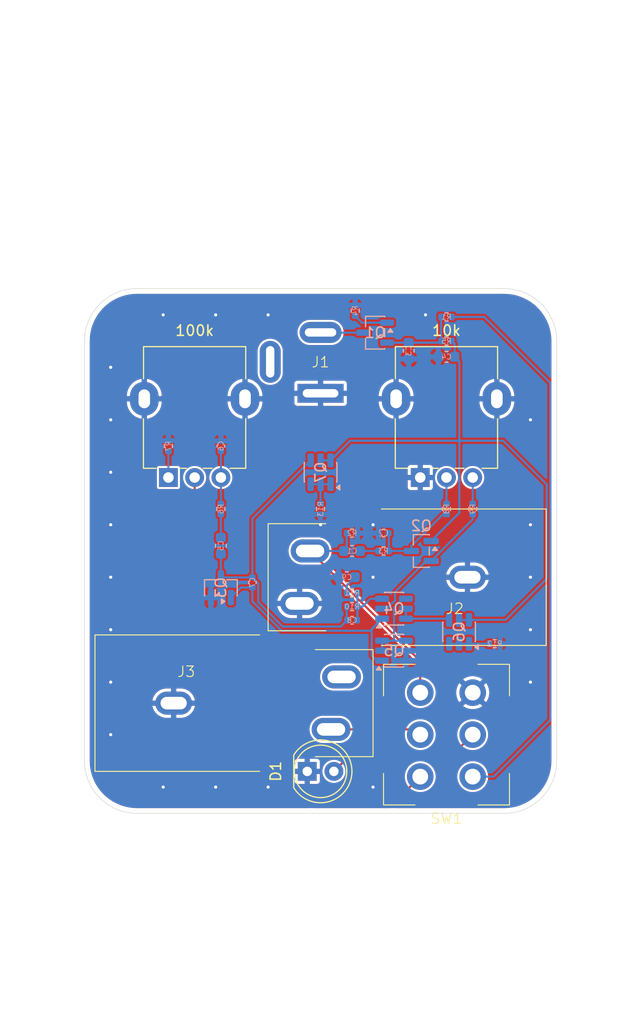
<source format=kicad_pcb>
(kicad_pcb (version 20241229) (generator "pcbnew") (generator_version "9.0")
  (layers (0 "F.Cu" jumper) (2 "B.Cu" signal) (13 "F.Paste" user) (15 "B.Paste" user) (5 "F.SilkS" user "F.Silkscreen") (7 "B.SilkS" user "B.Silkscreen") (1 "F.Mask" user) (3 "B.Mask" user) (25 "Edge.Cuts" user))
  (net 0 "")
  (net 1 "Net-(C1-Pad2)")
  (net 2 "GND")
  (net 3 "IN^{CONN}")
  (net 4 "Net-(C5-Pad2)")
  (net 5 "OUTPUT")
  (net 6 "Net-(C9-Pad2)")
  (net 7 "OUT^{CONN}")
  (net 8 "OUT^{STOMP}")
  (net 9 "PWRIN")
  (net 10 "Net-(D1-A)")
  (net 12 "VIN")
  (net 14 "INPUT")
  (net 15 "+VA")
  (net 16 "Net-(Q1-G)")
  (net 17 "Net-(Q4B-C)")
  (net 18 "Net-(Q6A-B)")
  (net 19 "Net-(Q7A-B)")
  (net 20 "LTP_OUT")
  (net 21 "FEEDBACK")
  (net 22 "BUFFERED")
  (net 23 "SRC1")
  (net 24 "Net-(SW1A-C)")
  (net 25 "Net-(C6-Pad2)")
  (net 26 "Net-(R8-Pad2)")
  (net 27 "Net-(R7-Pad1)")
  (net 28 "Net-(R9-Pad2)")
  (footprint "Mylib:Potentiometer_9mm_MP" (layer "F.Cu") (at 88 88)
    (property "Reference" "RV1" (hide yes))
    (property "Value" "100k" (at 0 -6.5 0) (layer "F.SilkS"))
    (fp_line (start -4.88 6.62) (end -4.88 1.9) (stroke (width 0.12)) (layer "F.SilkS"))
    (fp_line (start -4.87 -1.91) (end -4.87 -4.97) (stroke (width 0.12)) (layer "F.SilkS"))
    (fp_line (start -3.69 6.62) (end -4.87 6.62) (stroke (width 0.12)) (layer "F.SilkS"))
    (fp_line (start -0.79 6.62) (end -1.32 6.62) (stroke (width 0.12)) (layer "F.SilkS"))
    (fp_line (start 1.66 6.62) (end 0.83 6.62) (stroke (width 0.12)) (layer "F.SilkS"))
    (fp_line (start 4.87 -4.97) (end -4.87 -4.97) (stroke (width 0.12)) (layer "F.SilkS"))
    (fp_line (start 4.87 -1.91) (end 4.87 -4.97) (stroke (width 0.12)) (layer "F.SilkS"))
    (fp_line (start 4.87 6.62) (end 3.38 6.62) (stroke (width 0.12)) (layer "F.SilkS"))
    (fp_line (start 4.87 6.62) (end 4.87 1.9) (stroke (width 0.12)) (layer "F.SilkS"))
    (pad "1" thru_hole rect (at -2.5 7.5) (size 1.8 1.8) (drill 1) (layers "*.Cu" "*.Mask") (net 27 "Net-(R7-Pad1)"))
    (pad "2" thru_hole circle (at 0 7.5) (size 1.8 1.8) (drill 1) (layers "*.Cu" "*.Mask") (net 8 "OUT^{STOMP}"))
    (pad "3" thru_hole circle (at 2.5 7.5) (size 1.8 1.8) (drill 1) (layers "*.Cu" "*.Mask") (net 25 "Net-(C6-Pad2)"))
    (pad "MP" thru_hole oval (at -4.8 0) (size 2.72 3.24) (drill oval 1.1 1.8) (layers "*.Cu" "*.Mask") (net 2 "GND"))
    (pad "MP" thru_hole oval (at 4.8 0) (size 2.72 3.24) (drill oval 1.1 1.8) (layers "*.Cu" "*.Mask") (net 2 "GND"))
  )
  (footprint "Mylib:CK-6.35-no-NPTH" (layer "F.Cu") (at 114 105 180)
    (property "Reference" "J2" (at 1.2 -3 0) (layer "F.SilkS") (effects (font (thickness 0.1))))
    (property "Value" "AudioJack2_SwitchT")
    (fp_line (start 19 5.1) (end 13.5 5.1) (stroke (width 0.1)) (layer "F.SilkS"))
    (fp_line (start 19 -5.1) (end 19 5.1) (stroke (width 0.1)) (layer "F.SilkS"))
    (fp_line (start 13.5 -5.1) (end 19 -5.1) (stroke (width 0.1)) (layer "F.SilkS"))
    (fp_line (start -7.5 6.5) (end 8.2 6.5) (stroke (width 0.1)) (layer "F.SilkS"))
    (fp_line (start -7.5 -6.5) (end 8.2 -6.5) (stroke (width 0.1)) (layer "F.SilkS"))
    (fp_line (start -7.5 -6.5) (end -7.5 6.5) (stroke (width 0.1)) (layer "F.SilkS"))
    (pad "S" thru_hole oval (at 0 0 180) (size 3.5 2.2) (drill oval 2.5 1.2) (layers "*.Cu" "*.Mask") (net 2 "GND"))
    (pad "T" thru_hole oval (at 15 2.5 180) (size 3.7 2.2) (drill oval 2.7 1.2) (layers "*.Cu" "*.Mask") (net 3 "IN^{CONN}"))
    (pad "TN" thru_hole oval (at 16 -2.5 180) (size 3.7 2.2) (drill oval 2.7 1.2) (layers "*.Cu" "*.Mask") (net 2 "GND"))
  )
  (footprint "Mylib:FS5700DPMT2B2M2QE" (layer "F.Cu") (at 112 120 -90)
    (property "Reference" "SW1" (at 8 0 0) (layer "F.SilkS") (effects (font (thickness 0.1))))
    (property "Value" "SW_DPDT_x2")
    (fp_line (start -6.7 6) (end -3.7 6) (stroke (width 0.1)) (layer "F.SilkS"))
    (fp_line (start 6.7 6) (end 3.7 6) (stroke (width 0.1)) (layer "F.SilkS"))
    (fp_line (start -6.7 3) (end -6.7 6) (stroke (width 0.1)) (layer "F.SilkS"))
    (fp_line (start 6.7 3) (end 6.7 6) (stroke (width 0.1)) (layer "F.SilkS"))
    (fp_line (start -6.7 -6) (end -6.7 -3) (stroke (width 0.1)) (layer "F.SilkS"))
    (fp_line (start -6.7 -6) (end -3.7 -6) (stroke (width 0.1)) (layer "F.SilkS"))
    (fp_line (start 3.7 -6) (end 6.7 -6) (stroke (width 0.1)) (layer "F.SilkS"))
    (fp_line (start 6.7 -6) (end 6.7 -3) (stroke (width 0.1)) (layer "F.SilkS"))
    (pad "1" thru_hole circle (at -4 -2.5 270) (size 2.54 2.54) (drill 1.5) (layers "*.Cu" "*.Mask") (net 2 "GND"))
    (pad "2" thru_hole circle (at 0 -2.5 270) (size 2.54 2.54) (drill 1.5) (layers "*.Cu" "*.Mask") (net 10 "Net-(D1-A)"))
    (pad "3" thru_hole circle (at 4 -2.5 270) (size 2.54 2.54) (drill 1.5) (layers "*.Cu" "*.Mask") (net 24 "Net-(SW1A-C)"))
    (pad "4" thru_hole circle (at -4 2.5 270) (size 2.54 2.54) (drill 1.5) (layers "*.Cu" "*.Mask") (net 3 "IN^{CONN}"))
    (pad "5" thru_hole circle (at 0 2.5 270) (size 2.54 2.54) (drill 1.5) (layers "*.Cu" "*.Mask") (net 7 "OUT^{CONN}"))
    (pad "6" thru_hole circle (at 4 2.5 270) (size 2.54 2.54) (drill 1.5) (layers "*.Cu" "*.Mask") (net 8 "OUT^{STOMP}"))
  )
  (footprint "Mylib:CK-6.35-no-NPTH" (layer "F.Cu") (at 86 117)
    (property "Reference" "J3" (at 1.2 -3 0) (layer "F.SilkS") (effects (font (thickness 0.1))))
    (property "Value" "AudioJack2_SwitchT")
    (fp_line (start -7.5 -6.5) (end -7.5 6.5) (stroke (width 0.1)) (layer "F.SilkS"))
    (fp_line (start -7.5 -6.5) (end 8.2 -6.5) (stroke (width 0.1)) (layer "F.SilkS"))
    (fp_line (start -7.5 6.5) (end 8.2 6.5) (stroke (width 0.1)) (layer "F.SilkS"))
    (fp_line (start 13.5 -5.1) (end 19 -5.1) (stroke (width 0.1)) (layer "F.SilkS"))
    (fp_line (start 19 -5.1) (end 19 5.1) (stroke (width 0.1)) (layer "F.SilkS"))
    (fp_line (start 19 5.1) (end 13.5 5.1) (stroke (width 0.1)) (layer "F.SilkS"))
    (pad "S" thru_hole oval (at 0 0) (size 3.5 2.2) (drill oval 2.5 1.2) (layers "*.Cu" "*.Mask") (net 2 "GND"))
    (pad "T" thru_hole oval (at 15 2.5) (size 3.7 2.2) (drill oval 2.7 1.2) (layers "*.Cu" "*.Mask") (net 7 "OUT^{CONN}"))
    (pad "TN" thru_hole oval (at 16 -2.5) (size 3.7 2.2) (drill oval 2.7 1.2) (layers "*.Cu" "*.Mask"))
  )
  (footprint "Mylib:Wurth WR-DC 2.1mm Power Jack" (layer "F.Cu") (at 100 87.5 180)
    (property "Reference" "J1" (at 0 3 0) (layer "F.SilkS") (effects (font (thickness 0.1))))
    (property "Value" "Barrel_Jack_Switch")
    (pad "1" thru_hole rect (at 0 0.025 180) (size 4.4 1.8) (drill oval 3.4 0.8) (layers "*.Cu" "*.Mask") (net 2 "GND"))
    (pad "2" thru_hole oval (at 0 5.825 180) (size 4 2) (drill oval 3 0.8) (layers "*.Cu" "*.Mask") (net 9 "PWRIN"))
    (pad "3" thru_hole oval (at 4.8 3.025 180) (size 2 4) (drill oval 0.8 3) (layers "*.Cu" "*.Mask"))
  )
  (footprint "LED_THT:LED_D5.0mm" (layer "F.Cu") (at 98.73 123.5)
    (property "Reference" "D1" (at -3 0 90) (layer "F.SilkS"))
    (property "Value" "LED")
    (fp_line (start -1.29 -1.545) (end -1.29 1.545) (stroke (width 0.12)) (layer "F.SilkS"))
    (fp_arc (start -1.29 -1.54483) (mid 2.071779 -2.880495) (end 4.26 0) (stroke (width 0.12)) (layer "F.SilkS"))
    (fp_arc (start 4.26 0) (mid 2.071779 2.880495) (end -1.29 1.54483) (stroke (width 0.12)) (layer "F.SilkS"))
    (fp_circle (center 1.27 0) (end 3.77 0) (stroke (width 0.12)) (fill no) (layer "F.SilkS"))
    (pad "1" thru_hole rect (at 0 0) (size 1.8 1.8) (drill 0.9) (layers "*.Cu" "*.Mask") (net 2 "GND"))
    (pad "2" thru_hole circle (at 2.54 0) (size 1.8 1.8) (drill 0.9) (layers "*.Cu" "*.Mask") (net 10 "Net-(D1-A)"))
  )
  (footprint "Mylib:Potentiometer_9mm_MP" (layer "F.Cu") (at 112 88)
    (property "Reference" "RV2" (hide yes))
    (property "Value" "10k" (at 0 -6.5 0) (layer "F.SilkS"))
    (fp_line (start -4.88 6.62) (end -4.88 1.9) (stroke (width 0.12)) (layer "F.SilkS"))
    (fp_line (start -4.87 -1.91) (end -4.87 -4.97) (stroke (width 0.12)) (layer "F.SilkS"))
    (fp_line (start -3.69 6.62) (end -4.87 6.62) (stroke (width 0.12)) (layer "F.SilkS"))
    (fp_line (start -0.79 6.62) (end -1.32 6.62) (stroke (width 0.12)) (layer "F.SilkS"))
    (fp_line (start 1.66 6.62) (end 0.83 6.62) (stroke (width 0.12)) (layer "F.SilkS"))
    (fp_line (start 4.87 -4.97) (end -4.87 -4.97) (stroke (width 0.12)) (layer "F.SilkS"))
    (fp_line (start 4.87 -1.91) (end 4.87 -4.97) (stroke (width 0.12)) (layer "F.SilkS"))
    (fp_line (start 4.87 6.62) (end 3.38 6.62) (stroke (width 0.12)) (layer "F.SilkS"))
    (fp_line (start 4.87 6.62) (end 4.87 1.9) (stroke (width 0.12)) (layer "F.SilkS"))
    (pad "1" thru_hole rect (at -2.5 7.5) (size 1.8 1.8) (drill 1) (layers "*.Cu" "*.Mask") (net 2 "GND"))
    (pad "2" thru_hole circle (at 0 7.5) (size 1.8 1.8) (drill 1) (layers "*.Cu" "*.Mask") (net 26 "Net-(R8-Pad2)"))
    (pad "3" thru_hole circle (at 2.5 7.5) (size 1.8 1.8) (drill 1) (layers "*.Cu" "*.Mask") (net 28 "Net-(R9-Pad2)"))
    (pad "MP" thru_hole oval (at -4.8 0) (size 2.72 3.24) (drill oval 1.1 1.8) (layers "*.Cu" "*.Mask") (net 2 "GND"))
    (pad "MP" thru_hole oval (at 4.8 0) (size 2.72 3.24) (drill oval 1.1 1.8) (layers "*.Cu" "*.Mask") (net 2 "GND"))
  )
  (footprint "Resistor_SMD:R_0402_1005Metric" (layer "B.Cu") (at 112 80.2)
    (property "Reference" "R1" (at 0 0 0) (layer "B.SilkS") (effects (font (size 0.5 0.5) (thickness 0.0625)) (justify mirror)))
    (property "Value" "3k3")
    (fp_line (start -0.153641 -0.38) (end 0.153641 -0.38) (stroke (width 0.12)) (layer "B.SilkS"))
    (fp_line (start -0.153641 0.38) (end 0.153641 0.38) (stroke (width 0.12)) (layer "B.SilkS"))
    (pad "1" smd roundrect (at -0.51 0) (size 0.54 0.64) (layers "B.Cu" "B.Mask" "B.Paste") (net 12 "VIN"))
    (pad "2" smd roundrect (at 0.51 0) (size 0.54 0.64) (layers "B.Cu" "B.Mask" "B.Paste") (net 24 "Net-(SW1A-C)"))
  )
  (footprint "Package_TO_SOT_SMD:SOT-23" (layer "B.Cu") (at 109.6 102.5 180)
    (property "Reference" "Q2" (at 0 2.4 0) (layer "B.SilkS") (effects (justify mirror)))
    (property "Value" "MMBFJ309L")
    (fp_line (start 0.76 1.56) (end 0.76 0.56) (stroke (width 0.12)) (layer "B.SilkS"))
    (fp_line (start 0.76 -0.56) (end 0.76 -1.56) (stroke (width 0.12)) (layer "B.SilkS"))
    (fp_line (start 0.76 -1.56) (end -0.76 -1.56) (stroke (width 0.12)) (layer "B.SilkS"))
    (fp_line (start -0.76 1.56) (end 0.76 1.56) (stroke (width 0.12)) (layer "B.SilkS"))
    (fp_line (start -0.76 1.51) (end -0.76 1.56) (stroke (width 0.12)) (layer "B.SilkS"))
    (fp_line (start -0.76 -0.39) (end -0.76 0.39) (stroke (width 0.12)) (layer "B.SilkS"))
    (fp_line (start -0.76 -1.56) (end -0.76 -1.51) (stroke (width 0.12)) (layer "B.SilkS"))
    (fp_poly (pts (xy -1.3 0.38) (xy -1.06 0.05) (xy -1.54 0.05)) (stroke (width 0.12)) (fill yes) (layer "B.SilkS"))
    (pad "1" smd roundrect (at -0.9375 0.95 180) (size 1.475 0.6) (layers "B.Cu" "B.Mask" "B.Paste") (net 15 "+VA"))
    (pad "2" smd roundrect (at -0.9375 -0.95 180) (size 1.475 0.6) (layers "B.Cu" "B.Mask" "B.Paste") (net 22 "BUFFERED"))
    (pad "3" smd roundrect (at 0.9375 0 180) (size 1.475 0.6) (layers "B.Cu" "B.Mask" "B.Paste") (net 14 "INPUT"))
  )
  (footprint "Resistor_SMD:R_0402_1005Metric" (layer "B.Cu") (at 103 106.5 180)
    (property "Reference" "R11" (at 0 0 0) (layer "B.SilkS") (effects (font (size 0.5 0.5) (thickness 0.0625)) (justify mirror)))
    (property "Value" "10k")
    (fp_line (start -0.153641 0.38) (end 0.153641 0.38) (stroke (width 0.12)) (layer "B.SilkS"))
    (fp_line (start -0.153641 -0.38) (end 0.153641 -0.38) (stroke (width 0.12)) (layer "B.SilkS"))
    (pad "1" smd roundrect (at -0.51 0 180) (size 0.54 0.64) (layers "B.Cu" "B.Mask" "B.Paste") (net 21 "FEEDBACK"))
    (pad "2" smd roundrect (at 0.51 0 180) (size 0.54 0.64) (layers "B.Cu" "B.Mask" "B.Paste") (net 6 "Net-(C9-Pad2)"))
  )
  (footprint "Capacitor_SMD:C_0603_1608Metric" (layer "B.Cu") (at 108.4 83.425 90)
    (property "Reference" "C3" (at 0 0 90) (layer "B.SilkS") (effects (font (size 0.5 0.5) (thickness 0.0625)) (justify mirror)))
    (property "Value" "10uF")
    (fp_line (start -0.14058 -0.51) (end 0.14058 -0.51) (stroke (width 0.12)) (layer "B.SilkS"))
    (fp_line (start -0.14058 0.51) (end 0.14058 0.51) (stroke (width 0.12)) (layer "B.SilkS"))
    (pad "1" smd roundrect (at -0.775 0 90) (size 0.9 0.95) (layers "B.Cu" "B.Mask" "B.Paste") (net 2 "GND"))
    (pad "2" smd roundrect (at 0.775 0 90) (size 0.9 0.95) (layers "B.Cu" "B.Mask" "B.Paste") (net 12 "VIN"))
  )
  (footprint "Capacitor_SMD:C_0402_1005Metric" (layer "B.Cu") (at 93.5 105.5 -90)
    (property "Reference" "C7" (at 0 0 90) (layer "B.SilkS") (effects (font (size 0.5 0.5) (thickness 0.0625)) (justify mirror)))
    (property "Value" "1nF")
    (fp_line (start -0.107836 0.36) (end 0.107836 0.36) (stroke (width 0.12)) (layer "B.SilkS"))
    (fp_line (start -0.107836 -0.36) (end 0.107836 -0.36) (stroke (width 0.12)) (layer "B.SilkS"))
    (pad "1" smd roundrect (at -0.48 0 270) (size 0.56 0.62) (layers "B.Cu" "B.Mask" "B.Paste") (net 5 "OUTPUT"))
    (pad "2" smd roundrect (at 0.48 0 270) (size 0.56 0.62) (layers "B.Cu" "B.Mask" "B.Paste") (net 20 "LTP_OUT"))
  )
  (footprint "Capacitor_SMD:C_0603_1608Metric" (layer "B.Cu") (at 103 102.5)
    (property "Reference" "C1" (at 0 0 0) (layer "B.SilkS") (effects (font (size 0.5 0.5) (thickness 0.0625)) (justify mirror)))
    (property "Value" "1uF")
    (fp_line (start -0.14058 -0.51) (end 0.14058 -0.51) (stroke (width 0.12)) (layer "B.SilkS"))
    (fp_line (start -0.14058 0.51) (end 0.14058 0.51) (stroke (width 0.12)) (layer "B.SilkS"))
    (pad "1" smd roundrect (at -0.775 0) (size 0.9 0.95) (layers "B.Cu" "B.Mask" "B.Paste") (net 3 "IN^{CONN}"))
    (pad "2" smd roundrect (at 0.775 0) (size 0.9 0.95) (layers "B.Cu" "B.Mask" "B.Paste") (net 1 "Net-(C1-Pad2)"))
  )
  (footprint "Package_TO_SOT_SMD:SOT-23-6" (layer "B.Cu") (at 100 95 90)
    (property "Reference" "Q7" (at 0 0 90) (layer "B.SilkS") (effects (justify mirror)))
    (property "Value" "DMMT5401")
    (fp_line (start 0.91 -1.56) (end -0.91 -1.56) (stroke (width 0.12)) (layer "B.SilkS"))
    (fp_line (start -0.91 -1.56) (end -0.91 -1.51) (stroke (width 0.12)) (layer "B.SilkS"))
    (fp_line (start 0.91 -1.51) (end 0.91 -1.56) (stroke (width 0.12)) (layer "B.SilkS"))
    (fp_line (start -0.91 1.51) (end -0.91 1.56) (stroke (width 0.12)) (layer "B.SilkS"))
    (fp_line (start 0.91 1.56) (end 0.91 1.51) (stroke (width 0.12)) (layer "B.SilkS"))
    (fp_line (start -0.91 1.56) (end 0.91 1.56) (stroke (width 0.12)) (layer "B.SilkS"))
    (fp_poly (pts (xy -1.45 1.51) (xy -1.69 1.84) (xy -1.21 1.84)) (stroke (width 0.12)) (fill yes) (layer "B.SilkS"))
    (pad "1" smd roundrect (at -1.1375 0.95 90) (size 1.325 0.6) (layers "B.Cu" "B.Mask" "B.Paste") (net 19 "Net-(Q7A-B)"))
    (pad "2" smd roundrect (at -1.1375 0 90) (size 1.325 0.6) (layers "B.Cu" "B.Mask" "B.Paste") (net 19 "Net-(Q7A-B)"))
    (pad "3" smd roundrect (at -1.1375 -0.95 90) (size 1.325 0.6) (layers "B.Cu" "B.Mask" "B.Paste") (net 19 "Net-(Q7A-B)"))
    (pad "4" smd roundrect (at 1.1375 -0.95 90) (size 1.325 0.6) (layers "B.Cu" "B.Mask" "B.Paste") (net 5 "OUTPUT"))
    (pad "5" smd roundrect (at 1.1375 0 90) (size 1.325 0.6) (layers "B.Cu" "B.Mask" "B.Paste") (net 15 "+VA"))
    (pad "6" smd roundrect (at 1.1375 0.95 90) (size 1.325 0.6) (layers "B.Cu" "B.Mask" "B.Paste") (net 15 "+VA"))
  )
  (footprint "Capacitor_SMD:C_0402_1005Metric" (layer "B.Cu") (at 103 109.1 180)
    (property "Reference" "C8" (at 0 0 0) (layer "B.SilkS") (effects (font (size 0.5 0.5) (thickness 0.0625)) (justify mirror)))
    (property "Value" "150pF")
    (fp_line (start -0.107836 0.36) (end 0.107836 0.36) (stroke (width 0.12)) (layer "B.SilkS"))
    (fp_line (start -0.107836 -0.36) (end 0.107836 -0.36) (stroke (width 0.12)) (layer "B.SilkS"))
    (pad "1" smd roundrect (at -0.48 0 180) (size 0.56 0.62) (layers "B.Cu" "B.Mask" "B.Paste") (net 21 "FEEDBACK"))
    (pad "2" smd roundrect (at 0.48 0 180) (size 0.56 0.62) (layers "B.Cu" "B.Mask" "B.Paste") (net 5 "OUTPUT"))
  )
  (footprint "Resistor_SMD:R_0402_1005Metric" (layer "B.Cu") (at 106 102.5)
    (property "Reference" "R3" (at 0 0 0) (layer "B.SilkS") (effects (font (size 0.5 0.5) (thickness 0.0625)) (justify mirror)))
    (property "Value" "1k")
    (fp_line (start -0.153641 -0.38) (end 0.153641 -0.38) (stroke (width 0.12)) (layer "B.SilkS"))
    (fp_line (start -0.153641 0.38) (end 0.153641 0.38) (stroke (width 0.12)) (layer "B.SilkS"))
    (pad "1" smd roundrect (at -0.51 0) (size 0.54 0.64) (layers "B.Cu" "B.Mask" "B.Paste") (net 1 "Net-(C1-Pad2)"))
    (pad "2" smd roundrect (at 0.51 0) (size 0.54 0.64) (layers "B.Cu" "B.Mask" "B.Paste") (net 14 "INPUT"))
  )
  (footprint "Resistor_SMD:R_0402_1005Metric" (layer "B.Cu") (at 103 107.8 180)
    (property "Reference" "R10" (at 0 0 0) (layer "B.SilkS") (effects (font (size 0.5 0.5) (thickness 0.0625)) (justify mirror)))
    (property "Value" "100k")
    (fp_line (start -0.153641 0.38) (end 0.153641 0.38) (stroke (width 0.12)) (layer "B.SilkS"))
    (fp_line (start -0.153641 -0.38) (end 0.153641 -0.38) (stroke (width 0.12)) (layer "B.SilkS"))
    (pad "1" smd roundrect (at -0.51 0 180) (size 0.54 0.64) (layers "B.Cu" "B.Mask" "B.Paste") (net 21 "FEEDBACK"))
    (pad "2" smd roundrect (at 0.51 0 180) (size 0.54 0.64) (layers "B.Cu" "B.Mask" "B.Paste") (net 5 "OUTPUT"))
  )
  (footprint "Resistor_SMD:R_0402_1005Metric" (layer "B.Cu") (at 85.5 92.5 90)
    (property "Reference" "R7" (at 0 0 90) (layer "B.SilkS") (effects (font (size 0.5 0.5) (thickness 0.0625)) (justify mirror)))
    (property "Value" "10k")
    (fp_line (start -0.153641 -0.38) (end 0.153641 -0.38) (stroke (width 0.12)) (layer "B.SilkS"))
    (fp_line (start -0.153641 0.38) (end 0.153641 0.38) (stroke (width 0.12)) (layer "B.SilkS"))
    (pad "1" smd roundrect (at -0.51 0 90) (size 0.54 0.64) (layers "B.Cu" "B.Mask" "B.Paste") (net 27 "Net-(R7-Pad1)"))
    (pad "2" smd roundrect (at 0.51 0 90) (size 0.54 0.64) (layers "B.Cu" "B.Mask" "B.Paste") (net 2 "GND"))
  )
  (footprint "Resistor_SMD:R_0402_1005Metric" (layer "B.Cu") (at 90.5 98.5 90)
    (property "Reference" "R6" (at 0 0 90) (layer "B.SilkS") (effects (font (size 0.5 0.5) (thickness 0.0625)) (justify mirror)))
    (property "Value" "3k3")
    (fp_line (start -0.153641 -0.38) (end 0.153641 -0.38) (stroke (width 0.12)) (layer "B.SilkS"))
    (fp_line (start -0.153641 0.38) (end 0.153641 0.38) (stroke (width 0.12)) (layer "B.SilkS"))
    (pad "1" smd roundrect (at -0.51 0 90) (size 0.54 0.64) (layers "B.Cu" "B.Mask" "B.Paste") (net 4 "Net-(C5-Pad2)"))
    (pad "2" smd roundrect (at 0.51 0 90) (size 0.54 0.64) (layers "B.Cu" "B.Mask" "B.Paste") (net 25 "Net-(C6-Pad2)"))
  )
  (footprint "Package_TO_SOT_SMD:SOT-23" (layer "B.Cu") (at 90.5 106 90)
    (property "Reference" "Q3" (at 0 0 90) (layer "B.SilkS") (effects (justify mirror)))
    (property "Value" "BC847C")
    (fp_line (start 0.76 -1.56) (end -0.76 -1.56) (stroke (width 0.12)) (layer "B.SilkS"))
    (fp_line (start -0.76 -1.56) (end -0.76 -1.51) (stroke (width 0.12)) (layer "B.SilkS"))
    (fp_line (start 0.76 -0.56) (end 0.76 -1.56) (stroke (width 0.12)) (layer "B.SilkS"))
    (fp_line (start -0.76 -0.39) (end -0.76 0.39) (stroke (width 0.12)) (layer "B.SilkS"))
    (fp_line (start -0.76 1.51) (end -0.76 1.56) (stroke (width 0.12)) (layer "B.SilkS"))
    (fp_line (start 0.76 1.56) (end 0.76 0.56) (stroke (width 0.12)) (layer "B.SilkS"))
    (fp_line (start -0.76 1.56) (end 0.76 1.56) (stroke (width 0.12)) (layer "B.SilkS"))
    (fp_poly (pts (xy -1.3 0.38) (xy -1.06 0.05) (xy -1.54 0.05)) (stroke (width 0.12)) (fill yes) (layer "B.SilkS"))
    (pad "1" smd roundrect (at -0.9375 0.95 90) (size 1.475 0.6) (layers "B.Cu" "B.Mask" "B.Paste") (net 20 "LTP_OUT"))
    (pad "2" smd roundrect (at -0.9375 -0.95 90) (size 1.475 0.6) (layers "B.Cu" "B.Mask" "B.Paste") (net 2 "GND"))
    (pad "3" smd roundrect (at 0.9375 0 90) (size 1.475 0.6) (layers "B.Cu" "B.Mask" "B.Paste") (net 5 "OUTPUT"))
  )
  (footprint "Resistor_SMD:R_0402_1005Metric" (layer "B.Cu") (at 112 98.5 90)
    (property "Reference" "R8" (at 0 0 90) (layer "B.SilkS") (effects (font (size 0.5 0.5) (thickness 0.0625)) (justify mirror)))
    (property "Value" "1MEG")
    (fp_line (start -0.153641 -0.38) (end 0.153641 -0.38) (stroke (width 0.12)) (layer "B.SilkS"))
    (fp_line (start -0.153641 0.38) (end 0.153641 0.38) (stroke (width 0.12)) (layer "B.SilkS"))
    (pad "1" smd roundrect (at -0.51 0 90) (size 0.54 0.64) (layers "B.Cu" "B.Mask" "B.Paste") (net 14 "INPUT"))
    (pad "2" smd roundrect (at 0.51 0 90) (size 0.54 0.64) (layers "B.Cu" "B.Mask" "B.Paste") (net 26 "Net-(R8-Pad2)"))
  )
  (footprint "Capacitor_SMD:C_0603_1608Metric" (layer "B.Cu") (at 112 84)
    (property "Reference" "C4" (at 0 0 0) (layer "B.SilkS") (effects (font (size 0.5 0.5) (thickness 0.0625)) (justify mirror)))
    (property "Value" "10uF")
    (fp_line (start -0.14058 -0.51) (end 0.14058 -0.51) (stroke (width 0.12)) (layer "B.SilkS"))
    (fp_line (start -0.14058 0.51) (end 0.14058 0.51) (stroke (width 0.12)) (layer "B.SilkS"))
    (pad "1" smd roundrect (at -0.775 0) (size 0.9 0.95) (layers "B.Cu" "B.Mask" "B.Paste") (net 2 "GND"))
    (pad "2" smd roundrect (at 0.775 0) (size 0.9 0.95) (layers "B.Cu" "B.Mask" "B.Paste") (net 15 "+VA"))
  )
  (footprint "Package_TO_SOT_SMD:SOT-23-3" (layer "B.Cu") (at 105.2 81.7 180)
    (property "Reference" "Q1" (at 0 0 0) (layer "B.SilkS") (effects (justify mirror)))
    (property "Value" "PMV250")
    (fp_line (start 0.91 1.56) (end 0.91 0.56) (stroke (width 0.12)) (layer "B.SilkS"))
    (fp_line (start 0.91 -0.56) (end 0.91 -1.56) (stroke (width 0.12)) (layer "B.SilkS"))
    (fp_line (start 0.91 -1.56) (end -0.91 -1.56) (stroke (width 0.12)) (layer "B.SilkS"))
    (fp_line (start -0.91 1.56) (end 0.91 1.56) (stroke (width 0.12)) (layer "B.SilkS"))
    (fp_line (start -0.91 1.51) (end -0.91 1.56) (stroke (width 0.12)) (layer "B.SilkS"))
    (fp_line (start -0.91 -0.39) (end -0.91 0.39) (stroke (width 0.12)) (layer "B.SilkS"))
    (fp_line (start -0.91 -1.56) (end -0.91 -1.51) (stroke (width 0.12)) (layer "B.SilkS"))
    (fp_poly (pts (xy -1.45 0.38) (xy -1.21 0.05) (xy -1.69 0.05)) (stroke (width 0.12)) (fill yes) (layer "B.SilkS"))
    (pad "1" smd roundrect (at -1.1375 0.95 180) (size 1.325 0.6) (layers "B.Cu" "B.Mask" "B.Paste") (net 16 "Net-(Q1-G)"))
    (pad "2" smd roundrect (at -1.1375 -0.95 180) (size 1.325 0.6) (layers "B.Cu" "B.Mask" "B.Paste") (net 12 "VIN"))
    (pad "3" smd roundrect (at 1.1375 0 180) (size 1.325 0.6) (layers "B.Cu" "B.Mask" "B.Paste") (net 9 "PWRIN"))
  )
  (footprint "Capacitor_SMD:C_0603_1608Metric" (layer "B.Cu") (at 90.5 102 90)
    (property "Reference" "C5" (at 0 0 90) (layer "B.SilkS") (effects (font (size 0.5 0.5) (thickness 0.0625)) (justify mirror)))
    (property "Value" "1uF")
    (fp_line (start -0.14058 -0.51) (end 0.14058 -0.51) (stroke (width 0.12)) (layer "B.SilkS"))
    (fp_line (start -0.14058 0.51) (end 0.14058 0.51) (stroke (width 0.12)) (layer "B.SilkS"))
    (pad "1" smd roundrect (at -0.775 0 90) (size 0.9 0.95) (layers "B.Cu" "B.Mask" "B.Paste") (net 5 "OUTPUT"))
    (pad "2" smd roundrect (at 0.775 0 90) (size 0.9 0.95) (layers "B.Cu" "B.Mask" "B.Paste") (net 4 "Net-(C5-Pad2)"))
  )
  (footprint "Capacitor_SMD:C_0402_1005Metric" (layer "B.Cu") (at 106 100.8 180)
    (property "Reference" "C2" (at 0 0 0) (layer "B.SilkS") (effects (font (size 0.6 0.5) (thickness 0.0625)) (justify mirror)))
    (property "Value" "150pF")
    (fp_line (start -0.107836 0.36) (end 0.107836 0.36) (stroke (width 0.12)) (layer "B.SilkS"))
    (fp_line (start -0.107836 -0.36) (end 0.107836 -0.36) (stroke (width 0.12)) (layer "B.SilkS"))
    (pad "1" smd roundrect (at -0.48 0 180) (size 0.56 0.62) (layers "B.Cu" "B.Mask" "B.Paste") (net 14 "INPUT"))
    (pad "2" smd roundrect (at 0.48 0 180) (size 0.56 0.62) (layers "B.Cu" "B.Mask" "B.Paste") (net 2 "GND"))
  )
  (footprint "Capacitor_SMD:C_0402_1005Metric" (layer "B.Cu") (at 90.5 92.5 -90)
    (property "Reference" "C6" (at 0 0 90) (layer "B.SilkS") (effects (font (size 0.5 0.5) (thickness 0.0625)) (justify mirror)))
    (property "Value" "1nF")
    (fp_line (start -0.107836 0.36) (end 0.107836 0.36) (stroke (width 0.12)) (layer "B.SilkS"))
    (fp_line (start -0.107836 -0.36) (end 0.107836 -0.36) (stroke (width 0.12)) (layer "B.SilkS"))
    (pad "1" smd roundrect (at -0.48 0 270) (size 0.56 0.62) (layers "B.Cu" "B.Mask" "B.Paste") (net 2 "GND"))
    (pad "2" smd roundrect (at 0.48 0 270) (size 0.56 0.62) (layers "B.Cu" "B.Mask" "B.Paste") (net 25 "Net-(C6-Pad2)"))
  )
  (footprint "Package_TO_SOT_SMD:SOT-23-6" (layer "B.Cu") (at 107 112)
    (property "Reference" "Q5" (at 0 0 0) (layer "B.SilkS") (effects (justify mirror)))
    (property "Value" "DMMT5551")
    (fp_line (start -0.91 -1.56) (end -0.91 -1.51) (stroke (width 0.12)) (layer "B.SilkS"))
    (fp_line (start -0.91 1.51) (end -0.91 1.56) (stroke (width 0.12)) (layer "B.SilkS"))
    (fp_line (start -0.91 1.56) (end 0.91 1.56) (stroke (width 0.12)) (layer "B.SilkS"))
    (fp_line (start 0.91 -1.56) (end -0.91 -1.56) (stroke (width 0.12)) (layer "B.SilkS"))
    (fp_line (start 0.91 -1.51) (end 0.91 -1.56) (stroke (width 0.12)) (layer "B.SilkS"))
    (fp_line (start 0.91 1.56) (end 0.91 1.51) (stroke (width 0.12)) (layer "B.SilkS"))
    (fp_poly (pts (xy -1.45 1.51) (xy -1.69 1.84) (xy -1.21 1.84)) (stroke (width 0.12)) (fill yes) (layer "B.SilkS"))
    (pad "1" smd roundrect (at -1.1375 0.95) (size 1.325 0.6) (layers "B.Cu" "B.Mask" "B.Paste") (net 20 "LTP_OUT"))
    (pad "2" smd roundrect (at -1.1375 0) (size 1.325 0.6) (layers "B.Cu" "B.Mask" "B.Paste") (net 17 "Net-(Q4B-C)"))
    (pad "3" smd roundrect (at -1.1375 -0.95) (size 1.325 0.6) (layers "B.Cu" "B.Mask" "B.Paste") (net 17 "Net-(Q4B-C)"))
    (pad "4" smd roundrect (at 1.1375 -0.95) (size 1.325 0.6) (layers "B.Cu" "B.Mask" "B.Paste") (net 17 "Net-(Q4B-C)"))
    (pad "5" smd roundrect (at 1.1375 0) (size 1.325 0.6) (layers "B.Cu" "B.Mask" "B.Paste") (net 2 "GND"))
    (pad "6" smd roundrect (at 1.1375 0.95) (size 1.325 0.6) (layers "B.Cu" "B.Mask" "B.Paste") (net 2 "GND"))
  )
  (footprint "Resistor_SMD:R_0402_1005Metric" (layer "B.Cu") (at 112 82.5 180)
    (property "Reference" "R5" (at 0 0 0) (layer "B.SilkS") (effects (font (size 0.5 0.5) (thickness 0.0625)) (justify mirror)))
    (property "Value" "33R")
    (fp_line (start -0.153641 0.38) (end 0.153641 0.38) (stroke (width 0.12)) (layer "B.SilkS"))
    (fp_line (start -0.153641 -0.38) (end 0.153641 -0.38) (stroke (width 0.12)) (layer "B.SilkS"))
    (pad "1" smd roundrect (at -0.51 0 180) (size 0.54 0.64) (layers "B.Cu" "B.Mask" "B.Paste") (net 15 "+VA"))
    (pad "2" smd roundrect (at 0.51 0 180) (size 0.54 0.64) (layers "B.Cu" "B.Mask" "B.Paste") (net 12 "VIN"))
  )
  (footprint "Capacitor_SMD:C_0603_1608Metric" (layer "B.Cu") (at 102.5 105)
    (property "Reference" "C9" (at 0 0 0) (layer "B.SilkS") (effects (font (size 0.5 0.5) (thickness 0.0625)) (justify mirror)))
    (property "Value" "10uF")
    (fp_line (start -0.14058 -0.51) (end 0.14058 -0.51) (stroke (width 0.12)) (layer "B.SilkS"))
    (fp_line (start -0.14058 0.51) (end 0.14058 0.51) (stroke (width 0.12)) (layer "B.SilkS"))
    (pad "1" smd roundrect (at -0.775 0) (size 0.9 0.95) (layers "B.Cu" "B.Mask" "B.Paste") (net 2 "GND"))
    (pad "2" smd roundrect (at 0.775 0) (size 0.9 0.95) (layers "B.Cu" "B.Mask" "B.Paste") (net 6 "Net-(C9-Pad2)"))
  )
  (footprint "Resistor_SMD:R_0402_1005Metric" (layer "B.Cu") (at 100 98.5 -90)
    (property "Reference" "R13" (at 0 0 90) (layer "B.SilkS") (effects (font (size 0.5 0.5) (thickness 0.0625)) (justify mirror)))
    (property "Value" "5k6")
    (fp_line (start -0.153641 0.38) (end 0.153641 0.38) (stroke (width 0.12)) (layer "B.SilkS"))
    (fp_line (start -0.153641 -0.38) (end 0.153641 -0.38) (stroke (width 0.12)) (layer "B.SilkS"))
    (pad "1" smd roundrect (at -0.51 0 270) (size 0.54 0.64) (layers "B.Cu" "B.Mask" "B.Paste") (net 19 "Net-(Q7A-B)"))
    (pad "2" smd roundrect (at 0.51 0 270) (size 0.54 0.64) (layers "B.Cu" "B.Mask" "B.Paste") (net 2 "GND"))
  )
  (footprint "Resistor_SMD:R_0402_1005Metric" (layer "B.Cu") (at 116.6 111.3375)
    (property "Reference" "R12" (at 0 0 0) (layer "B.SilkS") (effects (font (size 0.5 0.5) (thickness 0.0625)) (justify mirror)))
    (property "Value" "5k6")
    (fp_line (start -0.153641 -0.38) (end 0.153641 -0.38) (stroke (width 0.12)) (layer "B.SilkS"))
    (fp_line (start -0.153641 0.38) (end 0.153641 0.38) (stroke (width 0.12)) (layer "B.SilkS"))
    (pad "1" smd roundrect (at -0.51 0) (size 0.54 0.64) (layers "B.Cu" "B.Mask" "B.Paste") (net 18 "Net-(Q6A-B)"))
    (pad "2" smd roundrect (at 0.51 0) (size 0.54 0.64) (layers "B.Cu" "B.Mask" "B.Paste") (net 2 "GND"))
  )
  (footprint "Package_TO_SOT_SMD:SOT-23-6" (layer "B.Cu") (at 107 108)
    (property "Reference" "Q4" (at 0 0 0) (layer "B.SilkS") (effects (justify mirror)))
    (property "Value" "DMMT5401")
    (fp_line (start -0.91 -1.56) (end -0.91 -1.51) (stroke (width 0.12)) (layer "B.SilkS"))
    (fp_line (start -0.91 1.51) (end -0.91 1.56) (stroke (width 0.12)) (layer "B.SilkS"))
    (fp_line (start -0.91 1.56) (end 0.91 1.56) (stroke (width 0.12)) (layer "B.SilkS"))
    (fp_line (start 0.91 -1.56) (end -0.91 -1.56) (stroke (width 0.12)) (layer "B.SilkS"))
    (fp_line (start 0.91 -1.51) (end 0.91 -1.56) (stroke (width 0.12)) (layer "B.SilkS"))
    (fp_line (start 0.91 1.56) (end 0.91 1.51) (stroke (width 0.12)) (layer "B.SilkS"))
    (fp_poly (pts (xy -1.45 1.51) (xy -1.69 1.84) (xy -1.21 1.84)) (stroke (width 0.12)) (fill yes) (layer "B.SilkS"))
    (pad "1" smd roundrect (at -1.1375 0.95) (size 1.325 0.6) (layers "B.Cu" "B.Mask" "B.Paste") (net 20 "LTP_OUT"))
    (pad "2" smd roundrect (at -1.1375 0) (size 1.325 0.6) (layers "B.Cu" "B.Mask" "B.Paste") (net 22 "BUFFERED"))
    (pad "3" smd roundrect (at -1.1375 -0.95) (size 1.325 0.6) (layers "B.Cu" "B.Mask" "B.Paste") (net 21 "FEEDBACK"))
    (pad "4" smd roundrect (at 1.1375 -0.95) (size 1.325 0.6) (layers "B.Cu" "B.Mask" "B.Paste") (net 17 "Net-(Q4B-C)"))
    (pad "5" smd roundrect (at 1.1375 0) (size 1.325 0.6) (layers "B.Cu" "B.Mask" "B.Paste") (net 23 "SRC1"))
    (pad "6" smd roundrect (at 1.1375 0.95) (size 1.325 0.6) (layers "B.Cu" "B.Mask" "B.Paste") (net 23 "SRC1"))
  )
  (footprint "Resistor_SMD:R_0402_1005Metric" (layer "B.Cu") (at 114.5 98.5 90)
    (property "Reference" "R9" (at 0 0 90) (layer "B.SilkS") (effects (font (size 0.5 0.5) (thickness 0.0625)) (justify mirror)))
    (property "Value" "2k2")
    (fp_line (start -0.153641 -0.38) (end 0.153641 -0.38) (stroke (width 0.12)) (layer "B.SilkS"))
    (fp_line (start -0.153641 0.38) (end 0.153641 0.38) (stroke (width 0.12)) (layer "B.SilkS"))
    (pad "1" smd roundrect (at -0.51 0 90) (size 0.54 0.64) (layers "B.Cu" "B.Mask" "B.Paste") (net 22 "BUFFERED"))
    (pad "2" smd roundrect (at 0.51 0 90) (size 0.54 0.64) (layers "B.Cu" "B.Mask" "B.Paste") (net 28 "Net-(R9-Pad2)"))
  )
  (footprint "Package_TO_SOT_SMD:SOT-23-6" (layer "B.Cu") (at 113.2 110.2 90)
    (property "Reference" "Q6" (at 0 0 90) (layer "B.SilkS") (effects (justify mirror)))
    (property "Value" "DMMT5401")
    (fp_line (start 0.91 -1.56) (end -0.91 -1.56) (stroke (width 0.12)) (layer "B.SilkS"))
    (fp_line (start -0.91 -1.56) (end -0.91 -1.51) (stroke (width 0.12)) (layer "B.SilkS"))
    (fp_line (start 0.91 -1.51) (end 0.91 -1.56) (stroke (width 0.12)) (layer "B.SilkS"))
    (fp_line (start -0.91 1.51) (end -0.91 1.56) (stroke (width 0.12)) (layer "B.SilkS"))
    (fp_line (start 0.91 1.56) (end 0.91 1.51) (stroke (width 0.12)) (layer "B.SilkS"))
    (fp_line (start -0.91 1.56) (end 0.91 1.56) (stroke (width 0.12)) (layer "B.SilkS"))
    (fp_poly (pts (xy -1.45 1.51) (xy -1.69 1.84) (xy -1.21 1.84)) (stroke (width 0.12)) (fill yes) (layer "B.SilkS"))
    (pad "1" smd roundrect (at -1.1375 0.95 90) (size 1.325 0.6) (layers "B.Cu" "B.Mask" "B.Paste") (net 18 "Net-(Q6A-B)"))
    (pad "2" smd roundrect (at -1.1375 0 90) (size 1.325 0.6) (layers "B.Cu" "B.Mask" "B.Paste") (net 18 "Net-(Q6A-B)"))
    (pad "3" smd roundrect (at -1.1375 -0.95 90) (size 1.325 0.6) (layers "B.Cu" "B.Mask" "B.Paste") (net 18 "Net-(Q6A-B)"))
    (pad "4" smd roundrect (at 1.1375 -0.95 90) (size 1.325 0.6) (layers "B.Cu" "B.Mask" "B.Paste") (net 23 "SRC1"))
    (pad "5" smd roundrect (at 1.1375 0 90) (size 1.325 0.6) (layers "B.Cu" "B.Mask" "B.Paste") (net 15 "+VA"))
    (pad "6" smd roundrect (at 1.1375 0.95 90) (size 1.325 0.6) (layers "B.Cu" "B.Mask" "B.Paste") (net 15 "+VA"))
  )
  (footprint "Resistor_SMD:R_0402_1005Metric" (layer "B.Cu") (at 103.3 79.6 90)
    (property "Reference" "R4" (at 0 0 90) (layer "B.SilkS") (effects (font (size 0.5 0.5) (thickness 0.0625)) (justify mirror)))
    (property "Value" "100k")
    (fp_line (start -0.153641 -0.38) (end 0.153641 -0.38) (stroke (width 0.12)) (layer "B.SilkS"))
    (fp_line (start -0.153641 0.38) (end 0.153641 0.38) (stroke (width 0.12)) (layer "B.SilkS"))
    (pad "1" smd roundrect (at -0.51 0 90) (size 0.54 0.64) (layers "B.Cu" "B.Mask" "B.Paste") (net 16 "Net-(Q1-G)"))
    (pad "2" smd roundrect (at 0.51 0 90) (size 0.54 0.64) (layers "B.Cu" "B.Mask" "B.Paste") (net 2 "GND"))
  )
  (footprint "Resistor_SMD:R_0402_1005Metric" (layer "B.Cu") (at 103 100.8)
    (property "Reference" "R2" (at 0 0 0) (layer "B.SilkS") (effects (font (size 0.5 0.5) (thickness 0.0625)) (justify mirror)))
    (property "Value" "1MEG")
    (fp_line (start -0.153641 -0.38) (end 0.153641 -0.38) (stroke (width 0.12)) (layer "B.SilkS"))
    (fp_line (start -0.153641 0.38) (end 0.153641 0.38) (stroke (width 0.12)) (layer "B.SilkS"))
    (pad "1" smd roundrect (at -0.51 0) (size 0.54 0.64) (layers "B.Cu" "B.Mask" "B.Paste") (net 3 "IN^{CONN}"))
    (pad "2" smd roundrect (at 0.51 0) (size 0.54 0.64) (layers "B.Cu" "B.Mask" "B.Paste") (net 2 "GND"))
  )
  (gr_line (start 82.5 127.5) (end 117.5 127.5) (stroke (width 0.05)) (layer "Edge.Cuts"))
  (gr_arc (start 122.5 122.5) (mid 121.035534 126.035534) (end 117.5 127.5) (stroke (width 0.05)) (layer "Edge.Cuts"))
  (gr_line (start 122.5 82.5) (end 122.5 122.5) (stroke (width 0.05)) (layer "Edge.Cuts"))
  (gr_arc (start 82.5 127.5) (mid 78.964466 126.035534) (end 77.5 122.5) (stroke (width 0.05)) (layer "Edge.Cuts"))
  (gr_arc (start 77.5 82.5) (mid 78.964466 78.964466) (end 82.5 77.5) (stroke (width 0.05)) (layer "Edge.Cuts"))
  (gr_line (start 77.5 82.5) (end 77.5 122.5) (stroke (width 0.05)) (layer "Edge.Cuts"))
  (gr_line (start 82.5 77.5) (end 117.5 77.5) (stroke (width 0.05)) (layer "Edge.Cuts"))
  (gr_arc (start 117.5 77.5) (mid 121.035534 78.964466) (end 122.5 82.5) (stroke (width 0.05)) (layer "Edge.Cuts"))
  (segment (start 105.49 102.5) (end 103.775 102.5) (width 0.2) (layer "B.Cu") (net 1))
  (via (at 80 115) (size 0.6) (drill 0.3) (layers "F.Cu" "B.Cu") (net 2))
  (via (at 95 125) (size 0.6) (drill 0.3) (layers "F.Cu" "B.Cu") (net 2))
  (via (at 120 115) (size 0.6) (drill 0.3) (layers "F.Cu" "B.Cu") (net 2))
  (via (at 80 90) (size 0.6) (drill 0.3) (layers "F.Cu" "B.Cu") (net 2))
  (via (at 80 110) (size 0.6) (drill 0.3) (layers "F.Cu" "B.Cu") (net 2))
  (via (at 120 110) (size 0.6) (drill 0.3) (layers "F.Cu" "B.Cu") (net 2))
  (via (at 105 125) (size 0.6) (drill 0.3) (layers "F.Cu" "B.Cu") (net 2))
  (via (at 85 125) (size 0.6) (drill 0.3) (layers "F.Cu" "B.Cu") (net 2))
  (via (at 85 80) (size 0.6) (drill 0.3) (layers "F.Cu" "B.Cu") (net 2))
  (via (at 80 105) (size 0.6) (drill 0.3) (layers "F.Cu" "B.Cu") (net 2))
  (via (at 110 80) (size 0.6) (drill 0.3) (layers "F.Cu" "B.Cu") (net 2))
  (via (at 120 105) (size 0.6) (drill 0.3) (layers "F.Cu" "B.Cu") (net 2))
  (via (at 90 80) (size 0.6) (drill 0.3) (layers "F.Cu" "B.Cu") (net 2))
  (via (at 105 100) (size 0.6) (drill 0.3) (layers "F.Cu" "B.Cu") (net 2))
  (via (at 100 100) (size 0.6) (drill 0.3) (layers "F.Cu" "B.Cu") (net 2))
  (via (at 120 100) (size 0.6) (drill 0.3) (layers "F.Cu" "B.Cu") (net 2))
  (via (at 80 120) (size 0.6) (drill 0.3) (layers "F.Cu" "B.Cu") (net 2))
  (via (at 90 125) (size 0.6) (drill 0.3) (layers "F.Cu" "B.Cu") (net 2))
  (via (at 105 105) (size 0.6) (drill 0.3) (layers "F.Cu" "B.Cu") (net 2))
  (via (at 95 80) (size 0.6) (drill 0.3) (layers "F.Cu" "B.Cu") (net 2))
  (via (at 120 90) (size 0.6) (drill 0.3) (layers "F.Cu" "B.Cu") (net 2))
  (via (at 80 85) (size 0.6) (drill 0.3) (layers "F.Cu" "B.Cu") (net 2))
  (via (at 80 100) (size 0.6) (drill 0.3) (layers "F.Cu" "B.Cu") (net 2))
  (via (at 80 95) (size 0.6) (drill 0.3) (layers "F.Cu" "B.Cu") (net 2))
  (segment (start 109.5 116) (end 109.5 113) (width 0.2) (layer "F.Cu") (net 3))
  (segment (start 109.5 113) (end 99 102.5) (width 0.2) (layer "F.Cu") (net 3))
  (segment (start 102.225 102.5) (end 99 102.5) (width 0.2) (layer "B.Cu") (net 3))
  (segment (start 102.49 102.235) (end 102.225 102.5) (width 0.2) (layer "B.Cu") (net 3))
  (segment (start 102.49 100.8) (end 102.49 102.235) (width 0.2) (layer "B.Cu") (net 3))
  (segment (start 90.5 101.225) (end 90.5 99.01) (width 0.2) (layer "B.Cu") (net 4))
  (segment (start 96.396388 109.7) (end 101.92 109.7) (width 0.2) (layer "B.Cu") (net 5))
  (segment (start 94.061 105.581) (end 94.061 107.364612) (width 0.2) (layer "B.Cu") (net 5))
  (segment (start 94.061 107.364612) (end 96.396388 109.7) (width 0.2) (layer "B.Cu") (net 5))
  (segment (start 102.49 107.8) (end 102.49 109.07) (width 0.2) (layer "B.Cu") (net 5))
  (segment (start 93.5 105.02) (end 93.5 99.4125) (width 0.2) (layer "B.Cu") (net 5))
  (segment (start 90.78 105.02) (end 93.5 105.02) (width 0.2) (layer "B.Cu") (net 5))
  (segment (start 90.7375 105.0625) (end 90.78 105.02) (width 0.2) (layer "B.Cu") (net 5))
  (segment (start 101.92 109.7) (end 102.52 109.1) (width 0.2) (layer "B.Cu") (net 5))
  (segment (start 90.5 105.0625) (end 90.7375 105.0625) (width 0.2) (layer "B.Cu") (net 5))
  (segment (start 93.5 99.4125) (end 99.05 93.8625) (width 0.2) (layer "B.Cu") (net 5))
  (segment (start 93.5 105.02) (end 94.061 105.581) (width 0.2) (layer "B.Cu") (net 5))
  (segment (start 90.5 105.0625) (end 90.5 102.775) (width 0.2) (layer "B.Cu") (net 5))
  (segment (start 102.49 109.07) (end 102.52 109.1) (width 0.2) (layer "B.Cu") (net 5))
  (segment (start 102.49 106.5) (end 102.49 105.785) (width 0.2) (layer "B.Cu") (net 6))
  (segment (start 102.49 105.785) (end 103.275 105) (width 0.2) (layer "B.Cu") (net 6))
  (segment (start 101 119.5) (end 109 119.5) (width 0.2) (layer "F.Cu") (net 7))
  (segment (start 109 119.5) (end 109.5 120) (width 0.2) (layer "F.Cu") (net 7))
  (segment (start 99.399 126.899) (end 106.601 126.899) (width 0.2) (layer "F.Cu") (net 8))
  (segment (start 88 95.5) (end 88 115.5) (width 0.2) (layer "F.Cu") (net 8))
  (segment (start 88 115.5) (end 99.399 126.899) (width 0.2) (layer "F.Cu") (net 8))
  (segment (start 106.601 126.899) (end 109.5 124) (width 0.2) (layer "F.Cu") (net 8))
  (segment (start 100.025 81.7) (end 100 81.675) (width 0.2) (layer "B.Cu") (net 9))
  (segment (start 104.0625 81.7) (end 100.025 81.7) (width 0.2) (layer "B.Cu") (net 9))
  (segment (start 114.5 120) (end 112.5 122) (width 0.2) (layer "F.Cu") (net 10))
  (segment (start 112.5 122) (end 102.77 122) (width 0.2) (layer "F.Cu") (net 10))
  (segment (start 102.77 122) (end 101.27 123.5) (width 0.2) (layer "F.Cu") (net 10))
  (segment (start 111.34 82.65) (end 111.49 82.5) (width 0.2) (layer "B.Cu") (net 12))
  (segment (start 108.4 82.65) (end 111.34 82.65) (width 0.2) (layer "B.Cu") (net 12))
  (segment (start 106.3375 82.65) (end 108.4 82.65) (width 0.2) (layer "B.Cu") (net 12))
  (segment (start 111.49 82.5) (end 111.49 80.2) (width 0.2) (layer "B.Cu") (net 12))
  (segment (start 106.51 100.83) (end 106.48 100.8) (width 0.2) (layer "B.Cu") (net 14))
  (segment (start 108.6625 102.5) (end 106.51 102.5) (width 0.2) (layer "B.Cu") (net 14))
  (segment (start 112 99.01) (end 111.662678 99.01) (width 0.2) (layer "B.Cu") (net 14))
  (segment (start 108.6625 102.010178) (end 108.6625 102.5) (width 0.2) (layer "B.Cu") (net 14))
  (segment (start 111.662678 99.01) (end 108.6625 102.010178) (width 0.2) (layer "B.Cu") (net 14))
  (segment (start 106.51 102.5) (end 106.51 100.83) (width 0.2) (layer "B.Cu") (net 14))
  (segment (start 113.226 84.626) (end 113.2 84.6) (width 0.2) (layer "B.Cu") (net 15))
  (segment (start 121.548 96.148) (end 117.4 92) (width 0.2) (layer "B.Cu") (net 15))
  (segment (start 110.5375 101.55) (end 113.226 98.8615) (width 0.2) (layer "B.Cu") (net 15))
  (segment (start 117.4 92) (end 113.226 92) (width 0.2) (layer "B.Cu") (net 15))
  (segment (start 113.2 109.0625) (end 114.15 109.0625) (width 0.2) (layer "B.Cu") (net 15))
  (segment (start 112.775 82.765) (end 112.51 82.5) (width 0.2) (layer "B.Cu") (net 15))
  (segment (start 102.8125 92) (end 100.95 93.8625) (width 0.2) (layer "B.Cu") (net 15))
  (segment (start 113.226 98.8615) (end 113.226 92) (width 0.2) (layer "B.Cu") (net 15))
  (segment (start 113.226 92) (end 102.8125 92) (width 0.2) (layer "B.Cu") (net 15))
  (segment (start 113.226 84.451) (end 112.775 84) (width 0.2) (layer "B.Cu") (net 15))
  (segment (start 114.15 109.0625) (end 117.6375 109.0625) (width 0.2) (layer "B.Cu") (net 15))
  (segment (start 112.775 84) (end 112.775 82.765) (width 0.2) (layer "B.Cu") (net 15))
  (segment (start 113.226 92) (end 113.226 84.626) (width 0.2) (layer "B.Cu") (net 15))
  (segment (start 100.95 93.8625) (end 100 93.8625) (width 0.2) (layer "B.Cu") (net 15))
  (segment (start 113.226 84.626) (end 113.226 84.451) (width 0.2) (layer "B.Cu") (net 15))
  (segment (start 117.6375 109.0625) (end 121.548 105.152) (width 0.2) (layer "B.Cu") (net 15))
  (segment (start 121.548 105.152) (end 121.548 96.148) (width 0.2) (layer "B.Cu") (net 15))
  (segment (start 103.94 80.75) (end 103.3 80.11) (width 0.2) (layer "B.Cu") (net 16))
  (segment (start 106.3375 80.75) (end 103.94 80.75) (width 0.2) (layer "B.Cu") (net 16))
  (segment (start 107 110.95) (end 107 107.9) (width 0.2) (layer "B.Cu") (net 17))
  (segment (start 107.85 107.05) (end 108.1375 107.05) (width 0.2) (layer "B.Cu") (net 17))
  (segment (start 107.1 111.05) (end 107 110.95) (width 0.2) (layer "B.Cu") (net 17))
  (segment (start 107 107.9) (end 107.85 107.05) (width 0.2) (layer "B.Cu") (net 17))
  (segment (start 105.8625 111.05) (end 107.1 111.05) (width 0.2) (layer "B.Cu") (net 17))
  (segment (start 107.1 111.05) (end 108.1375 111.05) (width 0.2) (layer "B.Cu") (net 17))
  (segment (start 105.8625 112) (end 105.8625 111.05) (width 0.2) (layer "B.Cu") (net 17))
  (segment (start 113.2 111.3375) (end 114.15 111.3375) (width 0.2) (layer "B.Cu") (net 18))
  (segment (start 112.25 111.3375) (end 113.2 111.3375) (width 0.2) (layer "B.Cu") (net 18))
  (segment (start 116.09 111.3375) (end 114.15 111.3375) (width 0.2) (layer "B.Cu") (net 18))
  (segment (start 100 96.1375) (end 100 97.99) (width 0.2) (layer "B.Cu") (net 19))
  (segment (start 100.95 96.1375) (end 100 96.1375) (width 0.2) (layer "B.Cu") (net 19))
  (segment (start 100 96.1375) (end 99.05 96.1375) (width 0.2) (layer "B.Cu") (net 19))
  (segment (start 96.3 110.1) (end 93.5 107.3) (width 0.2) (layer "B.Cu") (net 20))
  (segment (start 93.5 105.98) (end 92.4075 105.98) (width 0.2) (layer "B.Cu") (net 20))
  (segment (start 104.874 112) (end 104.874 110.1) (width 0.2) (layer "B.Cu") (net 20))
  (segment (start 105.8625 108.95) (end 104.874 109.9385) (width 0.2) (layer "B.Cu") (net 20))
  (segment (start 105.35 112.95) (end 105.8625 112.95) (width 0.2) (layer "B.Cu") (net 20))
  (segment (start 104.874 109.9385) (end 104.874 112) (width 0.2) (layer "B.Cu") (net 20))
  (segment (start 92.4075 105.98) (end 91.45 106.9375) (width 0.2) (layer "B.Cu") (net 20))
  (segment (start 104.874 112.474) (end 105.35 112.95) (width 0.2) (layer "B.Cu") (net 20))
  (segment (start 104.874 112) (end 104.874 112.474) (width 0.2) (layer "B.Cu") (net 20))
  (segment (start 104.874 110.1) (end 96.3 110.1) (width 0.2) (layer "B.Cu") (net 20))
  (segment (start 93.5 107.3) (end 93.5 105.98) (width 0.2) (layer "B.Cu") (net 20))
  (segment (start 104.75 107.05) (end 104 107.8) (width 0.2) (layer "B.Cu") (net 21))
  (segment (start 103.51 107.8) (end 103.51 106.5) (width 0.2) (layer "B.Cu") (net 21))
  (segment (start 104 107.8) (end 103.48 107.8) (width 0.2) (layer "B.Cu") (net 21))
  (segment (start 103.51 107.8) (end 103.51 109.07) (width 0.2) (layer "B.Cu") (net 21))
  (segment (start 103.51 109.07) (end 103.48 109.1) (width 0.2) (layer "B.Cu") (net 21))
  (segment (start 105.8625 107.05) (end 104.75 107.05) (width 0.2) (layer "B.Cu") (net 21))
  (segment (start 107.1 107.2) (end 106.3 108) (width 0.2) (layer "B.Cu") (net 22))
  (segment (start 106.3 108) (end 105.8625 108) (width 0.2) (layer "B.Cu") (net 22))
  (segment (start 107.1 106.405744) (end 107.1 107.2) (width 0.2) (layer "B.Cu") (net 22))
  (segment (start 114.5 99.4875) (end 110.5375 103.45) (width 0.2) (layer "B.Cu") (net 22))
  (segment (start 110.055744 103.45) (end 107.1 106.405744) (width 0.2) (layer "B.Cu") (net 22))
  (segment (start 114.5 99.01) (end 114.5 99.4875) (width 0.2) (layer "B.Cu") (net 22))
  (segment (start 110.5375 103.45) (end 110.055744 103.45) (width 0.2) (layer "B.Cu") (net 22))
  (segment (start 112.1375 108.95) (end 112.25 109.0625) (width 0.2) (layer "B.Cu") (net 23))
  (segment (start 108.1375 108.95) (end 112.1375 108.95) (width 0.2) (layer "B.Cu") (net 23))
  (segment (start 108.1375 108) (end 108.1375 108.95) (width 0.2) (layer "B.Cu") (net 23))
  (segment (start 114.5 124) (end 116.5 124) (width 0.2) (layer "B.Cu") (net 24))
  (segment (start 116.5 124) (end 121.899 118.601) (width 0.2) (layer "B.Cu") (net 24))
  (segment (start 121.899 118.601) (end 121.899 86.499) (width 0.2) (layer "B.Cu") (net 24))
  (segment (start 121.899 86.499) (end 115.6 80.2) (width 0.2) (layer "B.Cu") (net 24))
  (segment (start 115.6 80.2) (end 112.51 80.2) (width 0.2) (layer "B.Cu") (net 24))
  (segment (start 90.5 92.98) (end 90.5 95.5) (width 0.2) (layer "B.Cu") (net 25))
  (segment (start 90.5 97.99) (end 90.5 95.5) (width 0.2) (layer "B.Cu") (net 25))
  (segment (start 112 97.99) (end 112 95.5) (width 0.2) (layer "B.Cu") (net 26))
  (segment (start 85.5 93.01) (end 85.5 95.5) (width 0.2) (layer "B.Cu") (net 27))
  (segment (start 114.5 97.99) (end 114.5 95.5) (width 0.2) (layer "B.Cu") (net 28))
  (zone (net 2) (net_name "GND") (layers "F.Cu" "B.Cu") (connect_pads (clearance 0.2)) (min_thickness 0.2) (fill yes (thermal_gap 0.3) (thermal_bridge_width 0.5))
    (polygon (pts (xy 77.5 50) (xy 122.5 50) (xy 122.5 147.5) (xy 77.5 147.5)))
  )
)
</source>
